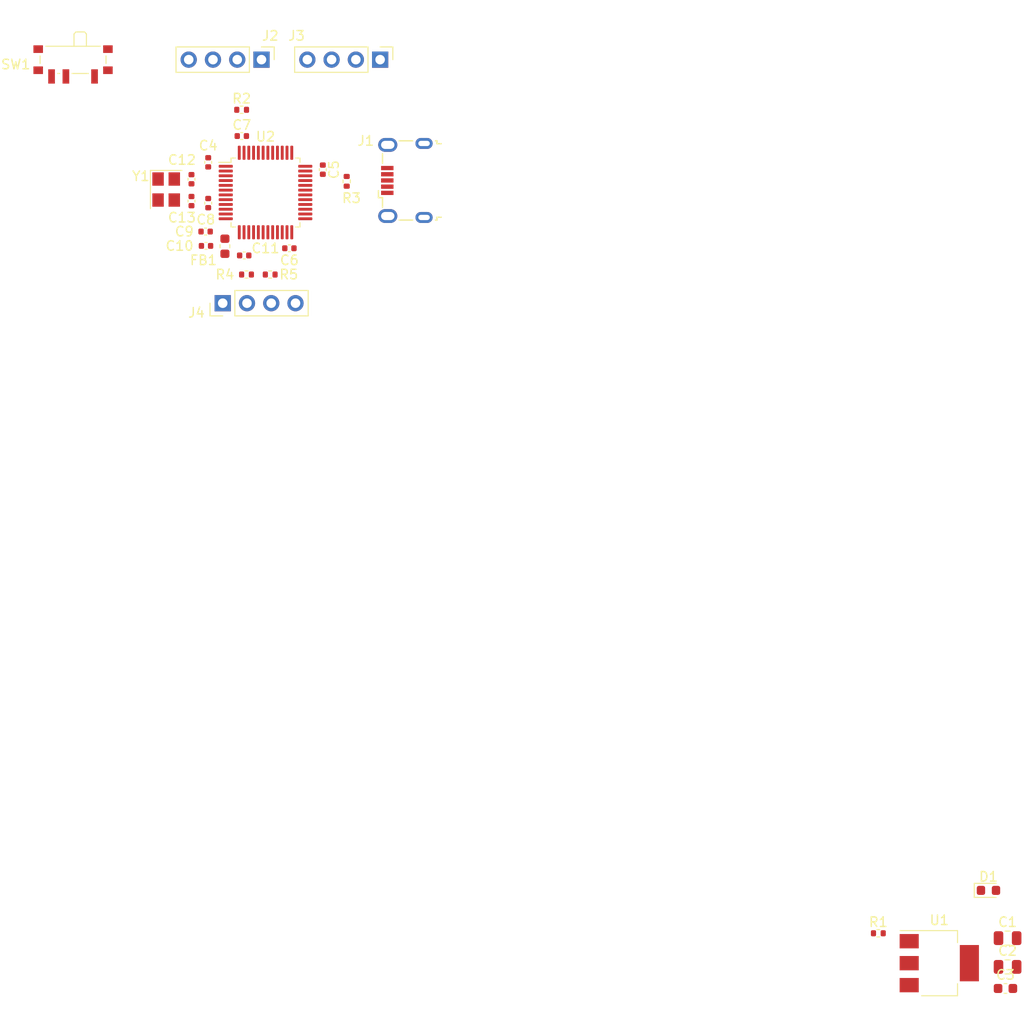
<source format=kicad_pcb>
(kicad_pcb (version 20221018) (generator pcbnew)
  (layers (0 "F.Cu" signal) (31 "B.Cu" power) (34 "B.Paste" user) (35 "F.Paste" user) (36 "B.SilkS" user "B.Silkscreen") (37 "F.SilkS" user "F.Silkscreen") (38 "B.Mask" user) (39 "F.Mask" user) (44 "Edge.Cuts" user))
  (net 0 "")
  (net 1 "VBUS")
  (net 2 "GND")
  (net 3 "+3.3V")
  (net 4 "+3.3VA")
  (net 5 "/NRST")
  (net 6 "/HSE_IN")
  (net 7 "/HSE_OUT")
  (net 8 "/PWR_LED_K")
  (net 9 "/USB_D-")
  (net 10 "/USB_D+")
  (net 13 "/USART1_TX")
  (net 14 "/USART1_RX")
  (net 15 "/SWDIO")
  (net 16 "/SWCLK")
  (net 17 "/I2C2_SCL")
  (net 18 "/I2C2_SDA")
  (net 19 "/BOOT0_SW")
  (net 20 "/BOOT0")
  (footprint "Capacitor_SMD:C_0402_1005Metric" (layer "F.Cu") (at 90.52 53.75)
    (fp_text reference "C10" (at -2.77 0) (layer "F.SilkS"))
    (fp_text value "1u")
    (fp_line (start -0.107836 -0.36) (end 0.107836 -0.36) (stroke (width 0.12)) (layer "F.SilkS"))
    (fp_line (start -0.107836 0.36) (end 0.107836 0.36) (stroke (width 0.12)) (layer "F.SilkS"))
    (pad "1" smd roundrect (at -0.48 0) (size 0.56 0.62) (layers "F.Cu" "F.Paste" "F.Mask") (net 3 "+3.3V"))
    (pad "2" smd roundrect (at 0.48 0) (size 0.56 0.62) (layers "F.Cu" "F.Paste" "F.Mask") (net 2 "GND"))
  )
  (footprint "Package_TO_SOT_SMD:SOT-223-3_TabPin2" (layer "F.Cu") (at 167.295 128.85)
    (fp_text reference "U1" (at 0 -4.5) (layer "F.SilkS"))
    (fp_text value "AMS1117-3.3")
    (fp_line (start -4.1 -3.41) (end 1.91 -3.41) (stroke (width 0.12)) (layer "F.SilkS"))
    (fp_line (start -1.85 3.41) (end 1.91 3.41) (stroke (width 0.12)) (layer "F.SilkS"))
    (fp_line (start 1.91 -3.41) (end 1.91 -2.15) (stroke (width 0.12)) (layer "F.SilkS"))
    (fp_line (start 1.91 3.41) (end 1.91 2.15) (stroke (width 0.12)) (layer "F.SilkS"))
    (pad "1" smd rect (at -3.15 -2.3) (size 2 1.5) (layers "F.Cu" "F.Paste" "F.Mask") (net 2 "GND"))
    (pad "2" smd rect (at -3.15 0) (size 2 1.5) (layers "F.Cu" "F.Paste" "F.Mask") (net 3 "+3.3V"))
    (pad "2" smd rect (at 3.15 0) (size 2 3.8) (layers "F.Cu" "F.Paste" "F.Mask") (net 3 "+3.3V"))
    (pad "3" smd rect (at -3.15 2.3) (size 2 1.5) (layers "F.Cu" "F.Paste" "F.Mask") (net 1 "VBUS"))
  )
  (footprint "Resistor_SMD:R_0402_1005Metric" (layer "F.Cu") (at 160.915 125.72)
    (fp_text reference "R1" (at 0 -1.17) (layer "F.SilkS"))
    (fp_text value "1k5")
    (fp_line (start -0.153641 -0.38) (end 0.153641 -0.38) (stroke (width 0.12)) (layer "F.SilkS"))
    (fp_line (start -0.153641 0.38) (end 0.153641 0.38) (stroke (width 0.12)) (layer "F.SilkS"))
    (pad "1" smd roundrect (at -0.51 0) (size 0.54 0.64) (layers "F.Cu" "F.Paste" "F.Mask") (net 8 "/PWR_LED_K"))
    (pad "2" smd roundrect (at 0.51 0) (size 0.54 0.64) (layers "F.Cu" "F.Paste" "F.Mask") (net 2 "GND"))
  )
  (footprint "Capacitor_SMD:C_0402_1005Metric" (layer "F.Cu") (at 94.52 54.75)
    (fp_text reference "C11" (at 2.23 -0.75) (layer "F.SilkS"))
    (fp_text value "100n")
    (fp_line (start -0.107836 -0.36) (end 0.107836 -0.36) (stroke (width 0.12)) (layer "F.SilkS"))
    (fp_line (start -0.107836 0.36) (end 0.107836 0.36) (stroke (width 0.12)) (layer "F.SilkS"))
    (pad "1" smd roundrect (at -0.48 0) (size 0.56 0.62) (layers "F.Cu" "F.Paste" "F.Mask") (net 5 "/NRST"))
    (pad "2" smd roundrect (at 0.48 0) (size 0.56 0.62) (layers "F.Cu" "F.Paste" "F.Mask") (net 2 "GND"))
  )
  (footprint "Connector_PinHeader_2.54mm:PinHeader_1x04_P2.54mm_Vertical" (layer "F.Cu") (at 108.75 34.25 -90)
    (fp_text reference "J3" (at -2.5 8.75 -180) (layer "F.SilkS"))
    (fp_text value "Conn_01x04_Pin")
    (fp_line (start -1.33 -1.33) (end 0 -1.33) (stroke (width 0.12)) (layer "F.SilkS"))
    (fp_line (start -1.33 0) (end -1.33 -1.33) (stroke (width 0.12)) (layer "F.SilkS"))
    (fp_line (start -1.33 1.27) (end -1.33 8.95) (stroke (width 0.12)) (layer "F.SilkS"))
    (fp_line (start -1.33 1.27) (end 1.33 1.27) (stroke (width 0.12)) (layer "F.SilkS"))
    (fp_line (start -1.33 8.95) (end 1.33 8.95) (stroke (width 0.12)) (layer "F.SilkS"))
    (fp_line (start 1.33 1.27) (end 1.33 8.95) (stroke (width 0.12)) (layer "F.SilkS"))
    (pad "1" thru_hole rect (at 0 0 270) (size 1.7 1.7) (drill 1) (layers "*.Cu" "*.Mask") (net 3 "+3.3V"))
    (pad "2" thru_hole oval (at 0 2.54 270) (size 1.7 1.7) (drill 1) (layers "*.Cu" "*.Mask") (net 15 "/SWDIO"))
    (pad "3" thru_hole oval (at 0 5.08 270) (size 1.7 1.7) (drill 1) (layers "*.Cu" "*.Mask") (net 16 "/SWCLK"))
    (pad "4" thru_hole oval (at 0 7.62 270) (size 1.7 1.7) (drill 1) (layers "*.Cu" "*.Mask") (net 2 "GND"))
  )
  (footprint "Capacitor_SMD:C_0402_1005Metric" (layer "F.Cu") (at 90.75 49.27 90)
    (fp_text reference "C8" (at -1.73 -0.25 180) (layer "F.SilkS"))
    (fp_text value "10n")
    (fp_line (start -0.107836 -0.36) (end 0.107836 -0.36) (stroke (width 0.12)) (layer "F.SilkS"))
    (fp_line (start -0.107836 0.36) (end 0.107836 0.36) (stroke (width 0.12)) (layer "F.SilkS"))
    (pad "1" smd roundrect (at -0.48 0 90) (size 0.56 0.62) (layers "F.Cu" "F.Paste" "F.Mask") (net 4 "+3.3VA"))
    (pad "2" smd roundrect (at 0.48 0 90) (size 0.56 0.62) (layers "F.Cu" "F.Paste" "F.Mask") (net 2 "GND"))
  )
  (footprint "Resistor_SMD:R_0402_1005Metric" (layer "F.Cu") (at 97.24 56.75)
    (fp_text reference "R5" (at 1.95 0) (layer "F.SilkS"))
    (fp_text value "1k5")
    (fp_line (start -0.153641 -0.38) (end 0.153641 -0.38) (stroke (width 0.12)) (layer "F.SilkS"))
    (fp_line (start -0.153641 0.38) (end 0.153641 0.38) (stroke (width 0.12)) (layer "F.SilkS"))
    (pad "1" smd roundrect (at -0.51 0) (size 0.54 0.64) (layers "F.Cu" "F.Paste" "F.Mask") (net 3 "+3.3V"))
    (pad "2" smd roundrect (at 0.51 0) (size 0.54 0.64) (layers "F.Cu" "F.Paste" "F.Mask") (net 18 "/I2C2_SDA"))
  )
  (footprint "Inductor_SMD:L_0603_1608Metric" (layer "F.Cu") (at 92.5 53.7875 90)
    (fp_text reference "FB1" (at -1.4625 -2.25 180) (layer "F.SilkS"))
    (fp_text value "120R")
    (fp_line (start -0.162779 -0.51) (end 0.162779 -0.51) (stroke (width 0.12)) (layer "F.SilkS"))
    (fp_line (start -0.162779 0.51) (end 0.162779 0.51) (stroke (width 0.12)) (layer "F.SilkS"))
    (pad "1" smd roundrect (at -0.7875 0 90) (size 0.875 0.95) (layers "F.Cu" "F.Paste" "F.Mask") (net 3 "+3.3V"))
    (pad "2" smd roundrect (at 0.7875 0 90) (size 0.875 0.95) (layers "F.Cu" "F.Paste" "F.Mask") (net 4 "+3.3VA"))
  )
  (footprint "LED_SMD:LED_0603_1608Metric" (layer "F.Cu") (at 172.445 121.23)
    (fp_text reference "D1" (at 0 -1.43) (layer "F.SilkS"))
    (fp_text value "LED")
    (fp_line (start -1.485 -0.735) (end -1.485 0.735) (stroke (width 0.12)) (layer "F.SilkS"))
    (fp_line (start -1.485 0.735) (end 0.8 0.735) (stroke (width 0.12)) (layer "F.SilkS"))
    (fp_line (start 0.8 -0.735) (end -1.485 -0.735) (stroke (width 0.12)) (layer "F.SilkS"))
    (pad "1" smd roundrect (at -0.7875 0) (size 0.875 0.95) (layers "F.Cu" "F.Paste" "F.Mask") (net 8 "/PWR_LED_K"))
    (pad "2" smd roundrect (at 0.7875 0) (size 0.875 0.95) (layers "F.Cu" "F.Paste" "F.Mask") (net 3 "+3.3V"))
  )
  (footprint "Capacitor_SMD:C_0402_1005Metric" (layer "F.Cu") (at 94.27 42.25)
    (fp_text reference "C7" (at 0 -1.16) (layer "F.SilkS"))
    (fp_text value "100n")
    (fp_line (start -0.107836 -0.36) (end 0.107836 -0.36) (stroke (width 0.12)) (layer "F.SilkS"))
    (fp_line (start -0.107836 0.36) (end 0.107836 0.36) (stroke (width 0.12)) (layer "F.SilkS"))
    (pad "1" smd roundrect (at -0.48 0) (size 0.56 0.62) (layers "F.Cu" "F.Paste" "F.Mask") (net 3 "+3.3V"))
    (pad "2" smd roundrect (at 0.48 0) (size 0.56 0.62) (layers "F.Cu" "F.Paste" "F.Mask") (net 2 "GND"))
  )
  (footprint "Resistor_SMD:R_0402_1005Metric" (layer "F.Cu") (at 105.25 46.99 -90)
    (fp_text reference "R3" (at 1.76 -0.5 -180) (layer "F.SilkS"))
    (fp_text value "1k5")
    (fp_line (start -0.153641 -0.38) (end 0.153641 -0.38) (stroke (width 0.12)) (layer "F.SilkS"))
    (fp_line (start -0.153641 0.38) (end 0.153641 0.38) (stroke (width 0.12)) (layer "F.SilkS"))
    (pad "1" smd roundrect (at -0.51 0 270) (size 0.54 0.64) (layers "F.Cu" "F.Paste" "F.Mask") (net 3 "+3.3V"))
    (pad "2" smd roundrect (at 0.51 0 270) (size 0.54 0.64) (layers "F.Cu" "F.Paste" "F.Mask") (net 10 "/USB_D+"))
  )
  (footprint "Button_Switch_SMD:SW_SPDT_PCM12" (layer "F.Cu") (at 76.6 34.58 180)
    (fp_text reference "SW1" (at 6 -0.17) (layer "F.SilkS"))
    (fp_text value "SW_SPDT")
    (fp_line (start -3.45 -0.07) (end -3.45 0.72) (stroke (width 0.12)) (layer "F.SilkS"))
    (fp_line (start -2.85 1.73) (end 2.85 1.73) (stroke (width 0.12)) (layer "F.SilkS"))
    (fp_line (start -1.6 -1.12) (end 0.1 -1.12) (stroke (width 0.12)) (layer "F.SilkS"))
    (fp_line (start -1.4 1.73) (end -1.4 3.02) (stroke (width 0.12)) (layer "F.SilkS"))
    (fp_line (start -1.4 3.02) (end -1.2 3.23) (stroke (width 0.12)) (layer "F.SilkS"))
    (fp_line (start -1.2 3.23) (end -0.3 3.23) (stroke (width 0.12)) (layer "F.SilkS"))
    (fp_line (start -0.1 3.02) (end -0.3 3.23) (stroke (width 0.12)) (layer "F.SilkS"))
    (fp_line (start -0.1 3.02) (end -0.1 1.73) (stroke (width 0.12)) (layer "F.SilkS"))
    (fp_line (start 1.4 -1.12) (end 1.6 -1.12) (stroke (width 0.12)) (layer "F.SilkS"))
    (fp_line (start 3.45 0.72) (end 3.45 -0.07) (stroke (width 0.12)) (layer "F.SilkS"))
    (pad "" smd rect (at -3.65 -0.78 180) (size 1 0.8) (layers "F.Cu" "F.Paste" "F.Mask"))
    (pad "" smd rect (at -3.65 1.43 180) (size 1 0.8) (layers "F.Cu" "F.Paste" "F.Mask"))
    (pad "" np_thru_hole circle (at -1.5 0.33 180) (size 0.9 0.9) (drill 0.9) (layers "*.Cu" "*.Mask"))
    (pad "" np_thru_hole circle (at 1.5 0.33 180) (size 0.9 0.9) (drill 0.9) (layers "*.Cu" "*.Mask"))
    (pad "" smd rect (at 3.65 -0.78 180) (size 1 0.8) (layers "F.Cu" "F.Paste" "F.Mask"))
    (pad "" smd rect (at 3.65 1.43 180) (size 1 0.8) (layers "F.Cu" "F.Paste" "F.Mask"))
    (pad "1" smd rect (at -2.25 -1.43 180) (size 0.7 1.5) (layers "F.Cu" "F.Paste" "F.Mask") (net 2 "GND"))
    (pad "2" smd rect (at 0.75 -1.43 180) (size 0.7 1.5) (layers "F.Cu" "F.Paste" "F.Mask") (net 19 "/BOOT0_SW"))
    (pad "3" smd rect (at 2.25 -1.43 180) (size 0.7 1.5) (layers "F.Cu" "F.Paste" "F.Mask") (net 3 "+3.3V"))
  )
  (footprint "Connector_PinHeader_2.54mm:PinHeader_1x04_P2.54mm_Vertical" (layer "F.Cu") (at 96.33 34.25 -90)
    (fp_text reference "J2" (at -2.5 -0.92 -180) (layer "F.SilkS"))
    (fp_text value "Conn_01x04_Pin")
    (fp_line (start -1.33 -1.33) (end 0 -1.33) (stroke (width 0.12)) (layer "F.SilkS"))
    (fp_line (start -1.33 0) (end -1.33 -1.33) (stroke (width 0.12)) (layer "F.SilkS"))
    (fp_line (start -1.33 1.27) (end -1.33 8.95) (stroke (width 0.12)) (layer "F.SilkS"))
    (fp_line (start -1.33 1.27) (end 1.33 1.27) (stroke (width 0.12)) (layer "F.SilkS"))
    (fp_line (start -1.33 8.95) (end 1.33 8.95) (stroke (width 0.12)) (layer "F.SilkS"))
    (fp_line (start 1.33 1.27) (end 1.33 8.95) (stroke (width 0.12)) (layer "F.SilkS"))
    (pad "1" thru_hole rect (at 0 0 270) (size 1.7 1.7) (drill 1) (layers "*.Cu" "*.Mask") (net 3 "+3.3V"))
    (pad "2" thru_hole oval (at 0 2.54 270) (size 1.7 1.7) (drill 1) (layers "*.Cu" "*.Mask") (net 13 "/USART1_TX"))
    (pad "3" thru_hole oval (at 0 5.08 270) (size 1.7 1.7) (drill 1) (layers "*.Cu" "*.Mask") (net 14 "/USART1_RX"))
    (pad "4" thru_hole oval (at 0 7.62 270) (size 1.7 1.7) (drill 1) (layers "*.Cu" "*.Mask") (net 2 "GND"))
  )
  (footprint "Capacitor_SMD:C_0603_1608Metric" (layer "F.Cu") (at 174.225 131.5)
    (fp_text reference "C3" (at 0 -1.43) (layer "F.SilkS"))
    (fp_text value "10u")
    (fp_line (start -0.14058 -0.51) (end 0.14058 -0.51) (stroke (width 0.12)) (layer "F.SilkS"))
    (fp_line (start -0.14058 0.51) (end 0.14058 0.51) (stroke (width 0.12)) (layer "F.SilkS"))
    (pad "1" smd roundrect (at -0.775 0) (size 0.9 0.95) (layers "F.Cu" "F.Paste" "F.Mask") (net 3 "+3.3V"))
    (pad "2" smd roundrect (at 0.775 0) (size 0.9 0.95) (layers "F.Cu" "F.Paste" "F.Mask") (net 2 "GND"))
  )
  (footprint "Capacitor_SMD:C_0402_1005Metric" (layer "F.Cu") (at 99.25 54 180)
    (fp_text reference "C6" (at 0 -1.25) (layer "F.SilkS"))
    (fp_text value "100n")
    (fp_line (start -0.107836 -0.36) (end 0.107836 -0.36) (stroke (width 0.12)) (layer "F.SilkS"))
    (fp_line (start -0.107836 0.36) (end 0.107836 0.36) (stroke (width 0.12)) (layer "F.SilkS"))
    (pad "1" smd roundrect (at -0.48 0 180) (size 0.56 0.62) (layers "F.Cu" "F.Paste" "F.Mask") (net 3 "+3.3V"))
    (pad "2" smd roundrect (at 0.48 0 180) (size 0.56 0.62) (layers "F.Cu" "F.Paste" "F.Mask") (net 2 "GND"))
  )
  (footprint "Crystal:Crystal_SMD_3225-4Pin_3.2x2.5mm" (layer "F.Cu") (at 86.35 47.85 -90)
    (fp_text reference "Y1" (at -1.4 2.65 -180) (layer "F.SilkS"))
    (fp_text value "16MHz")
    (fp_line (start -2 -1.65) (end -2 1.65) (stroke (width 0.12)) (layer "F.SilkS"))
    (fp_line (start -2 1.65) (end 2 1.65) (stroke (width 0.12)) (layer "F.SilkS"))
    (pad "1" smd rect (at -1.1 0.85 270) (size 1.4 1.2) (layers "F.Cu" "F.Paste" "F.Mask") (net 6 "/HSE_IN"))
    (pad "2" smd rect (at 1.1 0.85 270) (size 1.4 1.2) (layers "F.Cu" "F.Paste" "F.Mask") (net 2 "GND"))
    (pad "3" smd rect (at 1.1 -0.85 270) (size 1.4 1.2) (layers "F.Cu" "F.Paste" "F.Mask") (net 7 "/HSE_OUT"))
    (pad "4" smd rect (at -1.1 -0.85 270) (size 1.4 1.2) (layers "F.Cu" "F.Paste" "F.Mask") (net 2 "GND"))
  )
  (footprint "Capacitor_SMD:C_0402_1005Metric" (layer "F.Cu") (at 102.75 45.77 -90)
    (fp_text reference "C5" (at 0 -1.16 90) (layer "F.SilkS"))
    (fp_text value "100n")
    (fp_line (start -0.107836 -0.36) (end 0.107836 -0.36) (stroke (width 0.12)) (layer "F.SilkS"))
    (fp_line (start -0.107836 0.36) (end 0.107836 0.36) (stroke (width 0.12)) (layer "F.SilkS"))
    (pad "1" smd roundrect (at -0.48 0 270) (size 0.56 0.62) (layers "F.Cu" "F.Paste" "F.Mask") (net 3 "+3.3V"))
    (pad "2" smd roundrect (at 0.48 0 270) (size 0.56 0.62) (layers "F.Cu" "F.Paste" "F.Mask") (net 2 "GND"))
  )
  (footprint "Package_QFP:LQFP-48_7x7mm_P0.5mm" (layer "F.Cu") (at 96.75 48.1625)
    (fp_text reference "U2" (at 0 -5.85) (layer "F.SilkS"))
    (fp_text value "STM32F103C8Tx")
    (fp_line (start -3.61 -3.61) (end -3.61 -3.16) (stroke (width 0.12)) (layer "F.SilkS"))
    (fp_line (start -3.61 -3.16) (end -4.9 -3.16) (stroke (width 0.12)) (layer "F.SilkS"))
    (fp_line (start -3.61 3.61) (end -3.61 3.16) (stroke (width 0.12)) (layer "F.SilkS"))
    (fp_line (start -3.16 -3.61) (end -3.61 -3.61) (stroke (width 0.12)) (layer "F.SilkS"))
    (fp_line (start -3.16 3.61) (end -3.61 3.61) (stroke (width 0.12)) (layer "F.SilkS"))
    (fp_line (start 3.16 -3.61) (end 3.61 -3.61) (stroke (width 0.12)) (layer "F.SilkS"))
    (fp_line (start 3.16 3.61) (end 3.61 3.61) (stroke (width 0.12)) (layer "F.SilkS"))
    (fp_line (start 3.61 -3.61) (end 3.61 -3.16) (stroke (width 0.12)) (layer "F.SilkS"))
    (fp_line (start 3.61 3.61) (end 3.61 3.16) (stroke (width 0.12)) (layer "F.SilkS"))
    (pad "1" smd roundrect (at -4.1625 -2.75) (size 1.475 0.3) (layers "F.Cu" "F.Paste" "F.Mask") (net 3 "+3.3V"))
    (pad "2" smd roundrect (at -4.1625 -2.25) (size 1.475 0.3) (layers "F.Cu" "F.Paste" "F.Mask"))
    (pad "3" smd roundrect (at -4.1625 -1.75) (size 1.475 0.3) (layers "F.Cu" "F.Paste" "F.Mask"))
    (pad "4" smd roundrect (at -4.1625 -1.25) (size 1.475 0.3) (layers "F.Cu" "F.Paste" "F.Mask"))
    (pad "5" smd roundrect (at -4.1625 -0.75) (size 1.475 0.3) (layers "F.Cu" "F.Paste" "F.Mask") (net 6 "/HSE_IN"))
    (pad "6" smd roundrect (at -4.1625 -0.25) (size 1.475 0.3) (layers "F.Cu" "F.Paste" "F.Mask") (net 7 "/HSE_OUT"))
    (pad "7" smd roundrect (at -4.1625 0.25) (size 1.475 0.3) (layers "F.Cu" "F.Paste" "F.Mask") (net 5 "/NRST"))
    (pad "8" smd roundrect (at -4.1625 0.75) (size 1.475 0.3) (layers "F.Cu" "F.Paste" "F.Mask") (net 2 "GND"))
    (pad "9" smd roundrect (at -4.1625 1.25) (size 1.475 0.3) (layers "F.Cu" "F.Paste" "F.Mask") (net 4 "+3.3VA"))
    (pad "10" smd roundrect (at -4.1625 1.75) (size 1.475 0.3) (layers "F.Cu" "F.Paste" "F.Mask"))
    (pad "11" smd roundrect (at -4.1625 2.25) (size 1.475 0.3) (layers "F.Cu" "F.Paste" "F.Mask"))
    (pad "12" smd roundrect (at -4.1625 2.75) (size 1.475 0.3) (layers "F.Cu" "F.Paste" "F.Mask"))
    (pad "13" smd roundrect (at -2.75 4.1625) (size 0.3 1.475) (layers "F.Cu" "F.Paste" "F.Mask"))
    (pad "14" smd roundrect (at -2.25 4.1625) (size 0.3 1.475) (layers "F.Cu" "F.Paste" "F.Mask"))
    (pad "15" smd roundrect (at -1.75 4.1625) (size 0.3 1.475) (layers "F.Cu" "F.Paste" "F.Mask"))
    (pad "16" smd roundrect (at -1.25 4.1625) (size 0.3 1.475) (layers "F.Cu" "F.Paste" "F.Mask"))
    (pad "17" smd roundrect (at -0.75 4.1625) (size 0.3 1.475) (layers "F.Cu" "F.Paste" "F.Mask"))
    (pad "18" smd roundrect (at -0.25 4.1625) (size 0.3 1.475) (layers "F.Cu" "F.Paste" "F.Mask"))
    (pad "19" smd roundrect (at 0.25 4.1625) (size 0.3 1.475) (layers "F.Cu" "F.Paste" "F.Mask"))
    (pad "20" smd roundrect (at 0.75 4.1625) (size 0.3 1.475) (layers "F.Cu" "F.Paste" "F.Mask"))
    (pad "21" smd roundrect (at 1.25 4.1625) (size 0.3 1.475) (layers "F.Cu" "F.Paste" "F.Mask") (net 17 "/I2C2_SCL"))
    (pad "22" smd roundrect (at 1.75 4.1625) (size 0.3 1.475) (layers "F.Cu" "F.Paste" "F.Mask") (net 18 "/I2C2_SDA"))
    (pad "23" smd roundrect (at 2.25 4.1625) (size 0.3 1.475) (layers "F.Cu" "F.Paste" "F.Mask") (net 2 "GND"))
    (pad "24" smd roundrect (at 2.75 4.1625) (size 0.3 1.475) (layers "F.Cu" "F.Paste" "F.Mask") (net 3 "+3.3V"))
    (pad "25" smd roundrect (at 4.1625 2.75) (size 1.475 0.3) (layers "F.Cu" "F.Paste" "F.Mask"))
    (pad "26" smd roundrect (at 4.1625 2.25) (size 1.475 0.3) (layers "F.Cu" "F.Paste" "F.Mask"))
    (pad "27" smd roundrect (at 4.1625 1.75) (size 1.475 0.3) (layers "F.Cu" "F.Paste" "F.Mask"))
    (pad "28" smd roundrect (at 4.1625 1.25) (size 1.475 0.3) (layers "F.Cu" "F.Paste" "F.Mask"))
    (pad "29" smd roundrect (at 4.1625 0.75) (size 1.475 0.3) (layers "F.Cu" "F.Paste" "F.Mask"))
    (pad "30" smd roundrect (at 4.1625 0.25) (size 1.475 0.3) (layers "F.Cu" "F.Paste" "F.Mask"))
    (pad "31" smd roundrect (at 4.1625 -0.25) (size 1.475 0.3) (layers "F.Cu" "F.Paste" "F.Mask"))
    (pad "32" smd roundrect (at 4.1625 -0.75) (size 1.475 0.3) (layers "F.Cu" "F.Paste" "F.Mask") (net 9 "/USB_D-"))
    (pad "33" smd roundrect (at 4.1625 -1.25) (size 1.475 0.3) (layers "F.Cu" "F.Paste" "F.Mask") (net 10 "/USB_D+"))
    (pad "34" smd roundrect (at 4.1625 -1.75) (size 1.475 0.3) (layers "F.Cu" "F.Paste" "F.Mask") (net 15 "/SWDIO"))
    (pad "35" smd roundrect (at 4.1625 -2.25) (size 1.475 0.3) (layers "F.Cu" "F.Paste" "F.Mask") (net 2 "GND"))
    (pad "36" smd roundrect (at 4.1625 -2.75) (size 1.475 0.3) (layers "F.Cu" "F.Paste" "F.Mask") (net 3 "+3.3V"))
    (pad "37" smd roundrect (at 2.75 -4.1625) (size 0.3 1.475) (layers "F.Cu" "F.Paste" "F.Mask") (net 16 "/SWCLK"))
    (pad "38" smd roundrect (at 2.25 -4.1625) (size 0.3 1.475) (layers "F.Cu" "F.Paste" "F.Mask"))
    (pad "39" smd roundrect (at 1.75 -4.1625) (size 0.3 1.475) (layers "F.Cu" "F.Paste" "F.Mask"))
    (pad "40" smd roundrect (at 1.25 -4.1625) (size 0.3 1.475) (layers "F.Cu" "F.Paste" "F.Mask"))
    (pad "41" smd roundrect (at 0.75 -4.1625) (size 0.3 1.475) (layers "F.Cu" "F.Paste" "F.Mask"))
    (pad "42" smd roundrect (at 0.25 -4.1625) (size 0.3 1.475) (layers "F.Cu" "F.Paste" "F.Mask") (net 13 "/USART1_TX"))
    (pad "43" smd roundrect (at -0.25 -4.1625) (size 0.3 1.475) (layers "F.Cu" "F.Paste" "F.Mask") (net 14 "/USART1_RX"))
    (pad "44" smd roundrect (at -0.75 -4.1625) (size 0.3 1.475) (layers "F.Cu" "F.Paste" "F.Mask") (net 20 "/BOOT0"))
    (pad "45" smd roundrect (at -1.25 -4.1625) (size 0.3 1.475) (layers "F.Cu" "F.Paste" "F.Mask"))
    (pad "46" smd roundrect (at -1.75 -4.1625) (size 0.3 1.475) (layers "F.Cu" "F.Paste" "F.Mask"))
    (pad "47" smd roundrect (at -2.25 -4.1625) (size 0.3 1.475) (layers "F.Cu" "F.Paste" "F.Mask") (net 2 "GND"))
    (pad "48" smd roundrect (at -2.75 -4.1625) (size 0.3 1.475) (layers "F.Cu" "F.Paste" "F.Mask") (net 3 "+3.3V"))
  )
  (footprint "Capacitor_SMD:C_0805_2012Metric" (layer "F.Cu") (at 174.445 126.23)
    (fp_text reference "C1" (at 0 -1.68) (layer "F.SilkS"))
    (fp_text value "22u")
    (fp_line (start -0.261252 -0.735) (end 0.261252 -0.735) (stroke (width 0.12)) (layer "F.SilkS"))
    (fp_line (start -0.261252 0.735) (end 0.261252 0.735) (stroke (width 0.12)) (layer "F.SilkS"))
    (pad "1" smd roundrect (at -0.95 0) (size 1 1.45) (layers "F.Cu" "F.Paste" "F.Mask") (net 1 "VBUS"))
    (pad "2" smd roundrect (at 0.95 0) (size 1 1.45) (layers "F.Cu" "F.Paste" "F.Mask") (net 2 "GND"))
  )
  (footprint "Capacitor_SMD:C_0805_2012Metric" (layer "F.Cu") (at 174.445 129.24)
    (fp_text reference "C2" (at 0 -1.68) (layer "F.SilkS"))
    (fp_text value "22u")
    (fp_line (start -0.261252 -0.735) (end 0.261252 -0.735) (stroke (width 0.12)) (layer "F.SilkS"))
    (fp_line (start -0.261252 0.735) (end 0.261252 0.735) (stroke (width 0.12)) (layer "F.SilkS"))
    (pad "1" smd roundrect (at -0.95 0) (size 1 1.45) (layers "F.Cu" "F.Paste" "F.Mask") (net 3 "+3.3V"))
    (pad "2" smd roundrect (at 0.95 0) (size 1 1.45) (layers "F.Cu" "F.Paste" "F.Mask") (net 2 "GND"))
  )
  (footprint "Capacitor_SMD:C_0402_1005Metric" (layer "F.Cu") (at 90.48 52.25 180)
    (fp_text reference "C9" (at 2.23 0) (layer "F.SilkS"))
    (fp_text value "1u")
    (fp_line (start -0.107836 -0.36) (end 0.107836 -0.36) (stroke (width 0.12)) (layer "F.SilkS"))
    (fp_line (start -0.107836 0.36) (end 0.107836 0.36) (stroke (width 0.12)) (layer "F.SilkS"))
    (pad "1" smd roundrect (at -0.48 0 180) (size 0.56 0.62) (layers "F.Cu" "F.Paste" "F.Mask") (net 4 "+3.3VA"))
    (pad "2" smd roundrect (at 0.48 0 180) (size 0.56 0.62) (layers "F.Cu" "F.Paste" "F.Mask") (net 2 "GND"))
  )
  (footprint "Capacitor_SMD:C_0402_1005Metric" (layer "F.Cu") (at 89 49.06 90)
    (fp_text reference "C13" (at -1.73 -1 180) (layer "F.SilkS"))
    (fp_text value "10p")
    (fp_line (start -0.107836 -0.36) (end 0.107836 -0.36) (stroke (width 0.12)) (layer "F.SilkS"))
    (fp_line (start -0.107836 0.36) (end 0.107836 0.36) (stroke (width 0.12)) (layer "F.SilkS"))
    (pad "1" smd roundrect (at -0.48 0 90) (size 0.56 0.62) (layers "F.Cu" "F.Paste" "F.Mask") (net 7 "/HSE_OUT"))
    (pad "2" smd roundrect (at 0.48 0 90) (size 0.56 0.62) (layers "F.Cu" "F.Paste" "F.Mask") (net 2 "GND"))
  )
  (footprint "Resistor_SMD:R_0402_1005Metric" (layer "F.Cu") (at 94.25 39.5)
    (fp_text reference "R2" (at 0 -1.17) (layer "F.SilkS"))
    (fp_text value "10k")
    (fp_line (start -0.153641 -0.38) (end 0.153641 -0.38) (stroke (width 0.12)) (layer "F.SilkS"))
    (fp_line (start -0.153641 0.38) (end 0.153641 0.38) (stroke (width 0.12)) (layer "F.SilkS"))
    (pad "1" smd roundrect (at -0.51 0) (size 0.54 0.64) (layers "F.Cu" "F.Paste" "F.Mask") (net 19 "/BOOT0_SW"))
    (pad "2" smd roundrect (at 0.51 0) (size 0.54 0.64) (layers "F.Cu" "F.Paste" "F.Mask") (net 20 "/BOOT0"))
  )
  (footprint "Connector_PinHeader_2.54mm:PinHeader_1x04_P2.54mm_Vertical" (layer "F.Cu") (at 92.27 59.75 90)
    (fp_text reference "J4" (at -1 -2.75 180) (layer "F.SilkS"))
    (fp_text value "Conn_01x04_Pin")
    (fp_line (start -1.33 -1.33) (end 0 -1.33) (stroke (width 0.12)) (layer "F.SilkS"))
    (fp_line (start -1.33 0) (end -1.33 -1.33) (stroke (width 0.12)) (layer "F.SilkS"))
    (fp_line (start -1.33 1.27) (end -1.33 8.95) (stroke (width 0.12)) (layer "F.SilkS"))
    (fp_line (start -1.33 1.27) (end 1.33 1.27) (stroke (width 0.12)) (layer "F.SilkS"))
    (fp_line (start -1.33 8.95) (end 1.33 8.95) (stroke (width 0.12)) (layer "F.SilkS"))
    (fp_line (start 1.33 1.27) (end 1.33 8.95) (stroke (width 0.12)) (layer "F.SilkS"))
    (pad "1" thru_hole rect (at 0 0 90) (size 1.7 1.7) (drill 1) (layers "*.Cu" "*.Mask") (net 3 "+3.3V"))
    (pad "2" thru_hole oval (at 0 2.54 90) (size 1.7 1.7) (drill 1) (layers "*.Cu" "*.Mask") (net 17 "/I2C2_SCL"))
    (pad "3" thru_hole oval (at 0 5.08 90) (size 1.7 1.7) (drill 1) (layers "*.Cu" "*.Mask") (net 18 "/I2C2_SDA"))
    (pad "4" thru_hole oval (at 0 7.62 90) (size 1.7 1.7) (drill 1) (layers "*.Cu" "*.Mask") (net 2 "GND"))
  )
  (footprint "Capacitor_SMD:C_0402_1005Metric" (layer "F.Cu") (at 89 46.77 90)
    (fp_text reference "C12" (at 2.02 -1 180) (layer "F.SilkS"))
    (fp_text value "10p")
    (fp_line (start -0.107836 -0.36) (end 0.107836 -0.36) (stroke (width 0.12)) (layer "F.SilkS"))
    (fp_line (start -0.107836 0.36) (end 0.107836 0.36) (stroke (width 0.12)) (layer "F.SilkS"))
    (pad "1" smd roundrect (at -0.48 0 90) (size 0.56 0.62) (layers "F.Cu" "F.Paste" "F.Mask") (net 6 "/HSE_IN"))
    (pad "2" smd roundrect (at 0.48 0 90) (size 0.56 0.62) (layers "F.Cu" "F.Paste" "F.Mask") (net 2 "GND"))
  )
  (footprint "Capacitor_SMD:C_0402_1005Metric" (layer "F.Cu") (at 90.75 45 90)
    (fp_text reference "C4" (at 1.75 0 180) (layer "F.SilkS"))
    (fp_text value "100n")
    (fp_line (start -0.107836 -0.36) (end 0.107836 -0.36) (stroke (width 0.12)) (layer "F.SilkS"))
    (fp_line (start -0.107836 0.36) (end 0.107836 0.36) (stroke (width 0.12)) (layer "F.SilkS"))
    (pad "1" smd roundrect (at -0.48 0 90) (size 0.56 0.62) (layers "F.Cu" "F.Paste" "F.Mask") (net 3 "+3.3V"))
    (pad "2" smd roundrect (at 0.48 0 90) (size 0.56 0.62) (layers "F.Cu" "F.Paste" "F.Mask") (net 2 "GND"))
  )
  (footprint "Connector_USB:USB_Micro-B_Wuerth_629105150521" (layer "F.Cu") (at 111.4 46.9 90)
    (fp_text reference "J1" (at 4.15 -4.15 180) (layer "F.SilkS"))
    (fp_text value "USB_B_Micro")
    (fp_line (start -4.15 -0.65) (end -4.15 0.75) (stroke (width 0.15)) (layer "F.SilkS"))
    (fp_line (start -4.15 3.15) (end -4.15 3.3) (stroke (width 0.15)) (layer "F.SilkS"))
    (fp_line (start -4.15 3.3) (end -3.85 3.3) (stroke (width 0.15)) (layer "F.SilkS"))
    (fp_line (start -3.85 3.3) (end -3.85 3.75) (stroke (width 0.15)) (layer "F.SilkS"))
    (fp_line (start -1.8 -2.825) (end -1.8 -2.4) (stroke (width 0.15)) (layer "F.SilkS"))
    (fp_line (start -1.8 -2.4) (end -2.8 -2.4) (stroke (width 0.15)) (layer "F.SilkS"))
    (fp_line (start -1.075 -2.825) (end -1.8 -2.825) (stroke (width 0.15)) (layer "F.SilkS"))
    (fp_line (start 1.8 -2.4) (end 2.8 -2.4) (stroke (width 0.15)) (layer "F.SilkS"))
    (fp_line (start 3.85 3.3) (end 4.15 3.3) (stroke (width 0.15)) (layer "F.SilkS"))
    (fp_line (start 3.85 3.75) (end 3.85 3.3) (stroke (width 0.15)) (layer "F.SilkS"))
    (fp_line (start 4.15 0.75) (end 4.15 -0.65) (stroke (width 0.15)) (layer "F.SilkS"))
    (fp_line (start 4.15 3.3) (end 4.15 3.15) (stroke (width 0.15)) (layer "F.SilkS"))
    (pad "" np_thru_hole oval (at -2.5 -0.8 90) (size 0.8 0.8) (drill 0.8) (layers "*.Cu" "*.Mask"))
    (pad "" np_thru_hole oval (at 2.5 -0.8 90) (size 0.8 0.8) (drill 0.8) (layers "*.Cu" "*.Mask"))
    (pad "1" smd rect (at -1.3 -1.9 90) (size 0.45 1.3) (layers "F.Cu" "F.Paste" "F.Mask") (net 1 "VBUS"))
    (pad "2" smd rect (at -0.65 -1.9 90) (size 0.45 1.3) (layers "F.Cu" "F.Paste" "F.Mask") (net 9 "/USB_D-"))
    (pad "3" smd rect (at 0 -1.9 90) (size 0.45 1.3) (layers "F.Cu" "F.Paste" "F.Mask") (net 10 "/USB_D+"))
    (pad "4" smd rect (at 0.65 -1.9 90) (size 0.45 1.3) (layers "F.Cu" "F.Paste" "F.Mask"))
    (pad "5" smd rect (at 1.3 -1.9 90) (size 0.45 1.3) (layers "F.Cu" "F.Paste" "F.Mask") (net 2 "GND"))
    (pad "6" thru_hole oval (at -3.875 1.95 90) (size 1.15 1.8) (drill oval 0.55 1.2) (layers "*.Cu" "*.Mask"))
    (pad "6" thru_hole oval (at -3.725 -1.85 90) (size 1.45 2) (drill oval 0.85 1.4) (layers "*.Cu" "*.Mask"))
    (pad "6" thru_hole oval (at 3.725 -1.85 90) (size 1.45 2) (drill oval 0.85 1.4) (layers "*.Cu" "*.Mask"))
    (pad "6" thru_hole oval (at 3.875 1.95 90) (size 1.15 1.8) (drill oval 0.55 1.2) (layers "*.Cu" "*.Mask"))
  )
  (footprint "Resistor_SMD:R_0402_1005Metric" (layer "F.Cu") (at 94.76 56.75 180)
    (fp_text reference "R4" (at 2.26 0) (layer "F.SilkS"))
    (fp_text value "1k5")
    (fp_line (start -0.153641 -0.38) (end 0.153641 -0.38) (stroke (width 0.12)) (layer "F.SilkS"))
    (fp_line (start -0.153641 0.38) (end 0.153641 0.38) (stroke (width 0.12)) (layer "F.SilkS"))
    (pad "1" smd roundrect (at -0.51 0 180) (size 0.54 0.64) (layers "F.Cu" "F.Paste" "F.Mask") (net 3 "+3.3V"))
    (pad "2" smd roundrect (at 0.51 0 180) (size 0.54 0.64) (layers "F.Cu" "F.Paste" "F.Mask") (net 17 "/I2C2_SCL"))
  )
)
</source>
